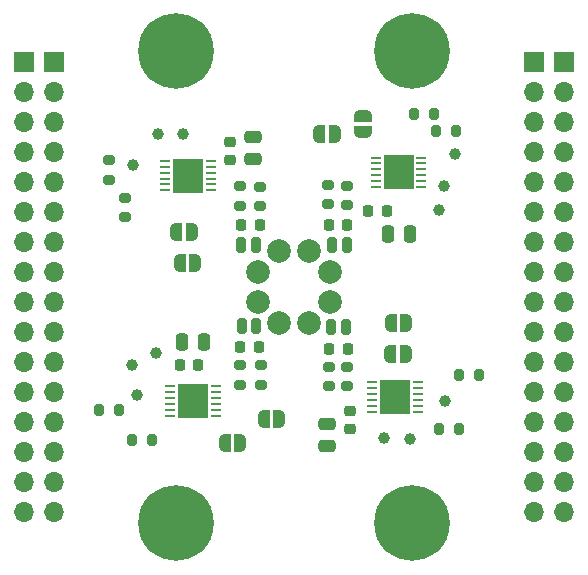
<source format=gbr>
G04 #@! TF.GenerationSoftware,KiCad,Pcbnew,8.0.6*
G04 #@! TF.CreationDate,2025-01-16T18:06:10-08:00*
G04 #@! TF.ProjectId,levitas_daughterboard,6c657669-7461-4735-9f64-617567687465,rev?*
G04 #@! TF.SameCoordinates,Original*
G04 #@! TF.FileFunction,Soldermask,Bot*
G04 #@! TF.FilePolarity,Negative*
%FSLAX46Y46*%
G04 Gerber Fmt 4.6, Leading zero omitted, Abs format (unit mm)*
G04 Created by KiCad (PCBNEW 8.0.6) date 2025-01-16 18:06:10*
%MOMM*%
%LPD*%
G01*
G04 APERTURE LIST*
G04 Aperture macros list*
%AMRoundRect*
0 Rectangle with rounded corners*
0 $1 Rounding radius*
0 $2 $3 $4 $5 $6 $7 $8 $9 X,Y pos of 4 corners*
0 Add a 4 corners polygon primitive as box body*
4,1,4,$2,$3,$4,$5,$6,$7,$8,$9,$2,$3,0*
0 Add four circle primitives for the rounded corners*
1,1,$1+$1,$2,$3*
1,1,$1+$1,$4,$5*
1,1,$1+$1,$6,$7*
1,1,$1+$1,$8,$9*
0 Add four rect primitives between the rounded corners*
20,1,$1+$1,$2,$3,$4,$5,0*
20,1,$1+$1,$4,$5,$6,$7,0*
20,1,$1+$1,$6,$7,$8,$9,0*
20,1,$1+$1,$8,$9,$2,$3,0*%
%AMFreePoly0*
4,1,19,0.500000,-0.750000,0.000000,-0.750000,0.000000,-0.744911,-0.071157,-0.744911,-0.207708,-0.704816,-0.327430,-0.627875,-0.420627,-0.520320,-0.479746,-0.390866,-0.500000,-0.250000,-0.500000,0.250000,-0.479746,0.390866,-0.420627,0.520320,-0.327430,0.627875,-0.207708,0.704816,-0.071157,0.744911,0.000000,0.744911,0.000000,0.750000,0.500000,0.750000,0.500000,-0.750000,0.500000,-0.750000,
$1*%
%AMFreePoly1*
4,1,19,0.000000,0.744911,0.071157,0.744911,0.207708,0.704816,0.327430,0.627875,0.420627,0.520320,0.479746,0.390866,0.500000,0.250000,0.500000,-0.250000,0.479746,-0.390866,0.420627,-0.520320,0.327430,-0.627875,0.207708,-0.704816,0.071157,-0.744911,0.000000,-0.744911,0.000000,-0.750000,-0.500000,-0.750000,-0.500000,0.750000,0.000000,0.750000,0.000000,0.744911,0.000000,0.744911,
$1*%
G04 Aperture macros list end*
%ADD10R,1.700000X1.700000*%
%ADD11O,1.700000X1.700000*%
%ADD12C,0.800000*%
%ADD13C,6.400000*%
%ADD14C,2.000000*%
%ADD15C,1.000000*%
%ADD16RoundRect,0.200000X0.275000X-0.200000X0.275000X0.200000X-0.275000X0.200000X-0.275000X-0.200000X0*%
%ADD17FreePoly0,180.000000*%
%ADD18FreePoly1,180.000000*%
%ADD19FreePoly0,0.000000*%
%ADD20FreePoly1,0.000000*%
%ADD21RoundRect,0.062500X0.375000X0.062500X-0.375000X0.062500X-0.375000X-0.062500X0.375000X-0.062500X0*%
%ADD22R,2.600000X3.000000*%
%ADD23RoundRect,0.225000X-0.225000X-0.250000X0.225000X-0.250000X0.225000X0.250000X-0.225000X0.250000X0*%
%ADD24RoundRect,0.250000X-0.475000X0.250000X-0.475000X-0.250000X0.475000X-0.250000X0.475000X0.250000X0*%
%ADD25RoundRect,0.218750X-0.218750X-0.256250X0.218750X-0.256250X0.218750X0.256250X-0.218750X0.256250X0*%
%ADD26FreePoly0,90.000000*%
%ADD27FreePoly1,90.000000*%
%ADD28RoundRect,0.200000X-0.275000X0.200000X-0.275000X-0.200000X0.275000X-0.200000X0.275000X0.200000X0*%
%ADD29RoundRect,0.200000X0.200000X0.275000X-0.200000X0.275000X-0.200000X-0.275000X0.200000X-0.275000X0*%
%ADD30RoundRect,0.225000X0.250000X-0.225000X0.250000X0.225000X-0.250000X0.225000X-0.250000X-0.225000X0*%
%ADD31RoundRect,0.218750X0.218750X0.256250X-0.218750X0.256250X-0.218750X-0.256250X0.218750X-0.256250X0*%
%ADD32RoundRect,0.208750X0.208750X0.431250X-0.208750X0.431250X-0.208750X-0.431250X0.208750X-0.431250X0*%
%ADD33RoundRect,0.208750X-0.208750X-0.431250X0.208750X-0.431250X0.208750X0.431250X-0.208750X0.431250X0*%
%ADD34RoundRect,0.200000X-0.200000X-0.275000X0.200000X-0.275000X0.200000X0.275000X-0.200000X0.275000X0*%
%ADD35RoundRect,0.250000X0.250000X0.475000X-0.250000X0.475000X-0.250000X-0.475000X0.250000X-0.475000X0*%
%ADD36RoundRect,0.250000X-0.250000X-0.475000X0.250000X-0.475000X0.250000X0.475000X-0.250000X0.475000X0*%
%ADD37RoundRect,0.225000X-0.250000X0.225000X-0.250000X-0.225000X0.250000X-0.225000X0.250000X0.225000X0*%
%ADD38RoundRect,0.062500X-0.375000X-0.062500X0.375000X-0.062500X0.375000X0.062500X-0.375000X0.062500X0*%
%ADD39RoundRect,0.225000X0.225000X0.250000X-0.225000X0.250000X-0.225000X-0.250000X0.225000X-0.250000X0*%
%ADD40RoundRect,0.250000X0.475000X-0.250000X0.475000X0.250000X-0.475000X0.250000X-0.475000X-0.250000X0*%
G04 APERTURE END LIST*
D10*
G04 #@! TO.C,J3*
X124460000Y-69850000D03*
D11*
X124460000Y-72390000D03*
X124460000Y-74930000D03*
X124460000Y-77470000D03*
X124460000Y-80010000D03*
X124460000Y-82550000D03*
X124460000Y-85090000D03*
X124460000Y-87630000D03*
X124460000Y-90170000D03*
X124460000Y-92710000D03*
X124460000Y-95250000D03*
X124460000Y-97790000D03*
X124460000Y-100330000D03*
X124460000Y-102870000D03*
X124460000Y-105410000D03*
X124460000Y-107950000D03*
G04 #@! TD*
D10*
G04 #@! TO.C,J2*
X165100000Y-69850000D03*
D11*
X165100000Y-72390000D03*
X165100000Y-74930000D03*
X165100000Y-77470000D03*
X165100000Y-80010000D03*
X165100000Y-82550000D03*
X165100000Y-85090000D03*
X165100000Y-87630000D03*
X165100000Y-90170000D03*
X165100000Y-92710000D03*
X165100000Y-95250000D03*
X165100000Y-97790000D03*
X165100000Y-100330000D03*
X165100000Y-102870000D03*
X165100000Y-105410000D03*
X165100000Y-107950000D03*
G04 #@! TD*
D12*
G04 #@! TO.C,REF\u002A\u002A*
X132380000Y-108900000D03*
X133082944Y-107202944D03*
X133082944Y-110597056D03*
X134780000Y-106500000D03*
D13*
X134780000Y-108900000D03*
D12*
X134780000Y-111300000D03*
X136477056Y-107202944D03*
X136477056Y-110597056D03*
X137180000Y-108900000D03*
G04 #@! TD*
G04 #@! TO.C,REF\u002A\u002A*
X152380000Y-108900000D03*
X153082944Y-107202944D03*
X153082944Y-110597056D03*
X154780000Y-106500000D03*
D13*
X154780000Y-108900000D03*
D12*
X154780000Y-111300000D03*
X156477056Y-107202944D03*
X156477056Y-110597056D03*
X157180000Y-108900000D03*
G04 #@! TD*
G04 #@! TO.C,REF\u002A\u002A*
X152380000Y-68900000D03*
X153082944Y-67202944D03*
X153082944Y-70597056D03*
X154780000Y-66500000D03*
D13*
X154780000Y-68900000D03*
D12*
X154780000Y-71300000D03*
X156477056Y-67202944D03*
X156477056Y-70597056D03*
X157180000Y-68900000D03*
G04 #@! TD*
G04 #@! TO.C,REF\u002A\u002A*
X132380000Y-68900000D03*
X133082944Y-67202944D03*
X133082944Y-70597056D03*
X134780000Y-66500000D03*
D13*
X134780000Y-68900000D03*
D12*
X134780000Y-71300000D03*
X136477056Y-67202944D03*
X136477056Y-70597056D03*
X137180000Y-68900000D03*
G04 #@! TD*
D14*
G04 #@! TO.C,J6*
X141732000Y-90170000D03*
G04 #@! TD*
D10*
G04 #@! TO.C,J4*
X167640000Y-69850000D03*
D11*
X167640000Y-72390000D03*
X167640000Y-74930000D03*
X167640000Y-77470000D03*
X167640000Y-80010000D03*
X167640000Y-82550000D03*
X167640000Y-85090000D03*
X167640000Y-87630000D03*
X167640000Y-90170000D03*
X167640000Y-92710000D03*
X167640000Y-95250000D03*
X167640000Y-97790000D03*
X167640000Y-100330000D03*
X167640000Y-102870000D03*
X167640000Y-105410000D03*
X167640000Y-107950000D03*
G04 #@! TD*
D14*
G04 #@! TO.C,J5*
X143510000Y-91948000D03*
G04 #@! TD*
D10*
G04 #@! TO.C,J1*
X121920000Y-69850000D03*
D11*
X121920000Y-72390000D03*
X121920000Y-74930000D03*
X121920000Y-77470000D03*
X121920000Y-80010000D03*
X121920000Y-82550000D03*
X121920000Y-85090000D03*
X121920000Y-87630000D03*
X121920000Y-90170000D03*
X121920000Y-92710000D03*
X121920000Y-95250000D03*
X121920000Y-97790000D03*
X121920000Y-100330000D03*
X121920000Y-102870000D03*
X121920000Y-105410000D03*
X121920000Y-107950000D03*
G04 #@! TD*
D15*
G04 #@! TO.C,TP5*
X154559000Y-101777800D03*
G04 #@! TD*
G04 #@! TO.C,TP9*
X135382000Y-75946000D03*
G04 #@! TD*
D16*
G04 #@! TO.C,R15*
X147650200Y-81864200D03*
X147650200Y-80214200D03*
G04 #@! TD*
D17*
G04 #@! TO.C,JP6*
X136413000Y-86842600D03*
D18*
X135113000Y-86842600D03*
G04 #@! TD*
D19*
G04 #@! TO.C,JP1*
X142240000Y-100076000D03*
D20*
X143540000Y-100076000D03*
G04 #@! TD*
D14*
G04 #@! TO.C,J9*
X141732000Y-87630000D03*
G04 #@! TD*
D16*
G04 #@! TO.C,R11*
X140233400Y-82016600D03*
X140233400Y-80366600D03*
G04 #@! TD*
D14*
G04 #@! TO.C,J7*
X147828000Y-90170000D03*
G04 #@! TD*
G04 #@! TO.C,J8*
X146050000Y-91948000D03*
G04 #@! TD*
D17*
G04 #@! TO.C,JP5*
X136123200Y-84201000D03*
D18*
X134823200Y-84201000D03*
G04 #@! TD*
D21*
G04 #@! TO.C,U2*
X155284400Y-96951800D03*
X155284400Y-97451800D03*
X155284400Y-97951800D03*
X155284400Y-98451800D03*
X155284400Y-98951800D03*
X155284400Y-99451800D03*
X151409400Y-99451800D03*
X151409400Y-98951800D03*
X151409400Y-98451800D03*
X151409400Y-97951800D03*
X151409400Y-97451800D03*
X151409400Y-96951800D03*
D22*
X153346900Y-98201800D03*
G04 #@! TD*
D23*
G04 #@! TO.C,C2*
X135115000Y-95504000D03*
X136665000Y-95504000D03*
G04 #@! TD*
D24*
G04 #@! TO.C,C7*
X141274800Y-76164400D03*
X141274800Y-78064400D03*
G04 #@! TD*
D21*
G04 #@! TO.C,U4*
X155563800Y-77916400D03*
X155563800Y-78416400D03*
X155563800Y-78916400D03*
X155563800Y-79416400D03*
X155563800Y-79916400D03*
X155563800Y-80416400D03*
X151688800Y-80416400D03*
X151688800Y-79916400D03*
X151688800Y-79416400D03*
X151688800Y-78916400D03*
X151688800Y-78416400D03*
X151688800Y-77916400D03*
D22*
X153626300Y-79166400D03*
G04 #@! TD*
D15*
G04 #@! TO.C,TP4*
X157581600Y-98526600D03*
G04 #@! TD*
D25*
G04 #@! TO.C,L4*
X147700900Y-83591400D03*
X149275900Y-83591400D03*
G04 #@! TD*
D15*
G04 #@! TO.C,TP10*
X158445200Y-77647800D03*
G04 #@! TD*
D26*
G04 #@! TO.C,JP7*
X150622000Y-75732400D03*
D27*
X150622000Y-74432400D03*
G04 #@! TD*
D19*
G04 #@! TO.C,JP3*
X152928800Y-94538800D03*
D20*
X154228800Y-94538800D03*
G04 #@! TD*
D19*
G04 #@! TO.C,JP2*
X138938000Y-102108000D03*
D20*
X140238000Y-102108000D03*
G04 #@! TD*
D15*
G04 #@! TO.C,TP12*
X157048200Y-82397600D03*
G04 #@! TD*
D14*
G04 #@! TO.C,J12*
X147828000Y-87630000D03*
G04 #@! TD*
D28*
G04 #@! TO.C,R7*
X149301200Y-95631000D03*
X149301200Y-97281000D03*
G04 #@! TD*
D25*
G04 #@! TO.C,L3*
X140284200Y-83667600D03*
X141859200Y-83667600D03*
G04 #@! TD*
D29*
G04 #@! TO.C,R13*
X158482800Y-75692000D03*
X156832800Y-75692000D03*
G04 #@! TD*
D15*
G04 #@! TO.C,TP11*
X157454600Y-80340200D03*
G04 #@! TD*
G04 #@! TO.C,TP2*
X131064000Y-95504000D03*
G04 #@! TD*
D29*
G04 #@! TO.C,R14*
X156615400Y-74193400D03*
X154965400Y-74193400D03*
G04 #@! TD*
D16*
G04 #@! TO.C,R10*
X130454400Y-82968600D03*
X130454400Y-81318600D03*
G04 #@! TD*
D30*
G04 #@! TO.C,C5*
X149479000Y-100914800D03*
X149479000Y-99364800D03*
G04 #@! TD*
D31*
G04 #@! TO.C,L2*
X149352000Y-94132400D03*
X147777000Y-94132400D03*
G04 #@! TD*
D15*
G04 #@! TO.C,TP6*
X152425400Y-101676200D03*
G04 #@! TD*
D32*
G04 #@! TO.C,C3*
X141597500Y-92202000D03*
X140342500Y-92202000D03*
G04 #@! TD*
D33*
G04 #@! TO.C,C12*
X148013300Y-85318600D03*
X149268300Y-85318600D03*
G04 #@! TD*
D34*
G04 #@! TO.C,R5*
X157061400Y-100888800D03*
X158711400Y-100888800D03*
G04 #@! TD*
D14*
G04 #@! TO.C,J11*
X146050000Y-85852000D03*
G04 #@! TD*
D35*
G04 #@! TO.C,C10*
X154594600Y-84429600D03*
X152694600Y-84429600D03*
G04 #@! TD*
D16*
G04 #@! TO.C,R12*
X141859000Y-82054200D03*
X141859000Y-80404200D03*
G04 #@! TD*
D36*
G04 #@! TO.C,C1*
X135260000Y-93538000D03*
X137160000Y-93538000D03*
G04 #@! TD*
D32*
G04 #@! TO.C,C6*
X149192100Y-92278200D03*
X147937100Y-92278200D03*
G04 #@! TD*
D37*
G04 #@! TO.C,C8*
X139319000Y-76593400D03*
X139319000Y-78143400D03*
G04 #@! TD*
D16*
G04 #@! TO.C,R16*
X149250400Y-81940400D03*
X149250400Y-80290400D03*
G04 #@! TD*
D17*
G04 #@! TO.C,JP8*
X148224000Y-75895200D03*
D18*
X146924000Y-75895200D03*
G04 #@! TD*
D15*
G04 #@! TO.C,TP7*
X131114800Y-78562200D03*
G04 #@! TD*
D38*
G04 #@! TO.C,U3*
X133894600Y-80695800D03*
X133894600Y-80195800D03*
X133894600Y-79695800D03*
X133894600Y-79195800D03*
X133894600Y-78695800D03*
X133894600Y-78195800D03*
X137769600Y-78195800D03*
X137769600Y-78695800D03*
X137769600Y-79195800D03*
X137769600Y-79695800D03*
X137769600Y-80195800D03*
X137769600Y-80695800D03*
D22*
X135832100Y-79445800D03*
G04 #@! TD*
D14*
G04 #@! TO.C,J10*
X143510000Y-85852000D03*
G04 #@! TD*
D34*
G04 #@! TO.C,R2*
X131064000Y-101854000D03*
X132714000Y-101854000D03*
G04 #@! TD*
G04 #@! TO.C,R1*
X128270000Y-99314000D03*
X129920000Y-99314000D03*
G04 #@! TD*
D28*
G04 #@! TO.C,R3*
X141986000Y-95504000D03*
X141986000Y-97154000D03*
G04 #@! TD*
G04 #@! TO.C,R4*
X140208000Y-95504000D03*
X140208000Y-97154000D03*
G04 #@! TD*
G04 #@! TO.C,R9*
X129133600Y-78155800D03*
X129133600Y-79805800D03*
G04 #@! TD*
D19*
G04 #@! TO.C,JP4*
X152954200Y-91897200D03*
D20*
X154254200Y-91897200D03*
G04 #@! TD*
D33*
G04 #@! TO.C,C9*
X140266300Y-85344000D03*
X141521300Y-85344000D03*
G04 #@! TD*
D39*
G04 #@! TO.C,C11*
X152616200Y-82473800D03*
X151066200Y-82473800D03*
G04 #@! TD*
D38*
G04 #@! TO.C,U1*
X134318500Y-99790000D03*
X134318500Y-99290000D03*
X134318500Y-98790000D03*
X134318500Y-98290000D03*
X134318500Y-97790000D03*
X134318500Y-97290000D03*
X138193500Y-97290000D03*
X138193500Y-97790000D03*
X138193500Y-98290000D03*
X138193500Y-98790000D03*
X138193500Y-99290000D03*
X138193500Y-99790000D03*
D22*
X136256000Y-98540000D03*
G04 #@! TD*
D15*
G04 #@! TO.C,TP3*
X131445000Y-98044000D03*
G04 #@! TD*
D40*
G04 #@! TO.C,C4*
X147599400Y-102372200D03*
X147599400Y-100472200D03*
G04 #@! TD*
D28*
G04 #@! TO.C,R8*
X147701000Y-95631000D03*
X147701000Y-97281000D03*
G04 #@! TD*
D15*
G04 #@! TO.C,TP1*
X133096000Y-94488000D03*
G04 #@! TD*
D31*
G04 #@! TO.C,L1*
X141783000Y-93980000D03*
X140208000Y-93980000D03*
G04 #@! TD*
D29*
G04 #@! TO.C,R6*
X160413200Y-96342200D03*
X158763200Y-96342200D03*
G04 #@! TD*
D15*
G04 #@! TO.C,TP8*
X133273800Y-75920600D03*
G04 #@! TD*
M02*

</source>
